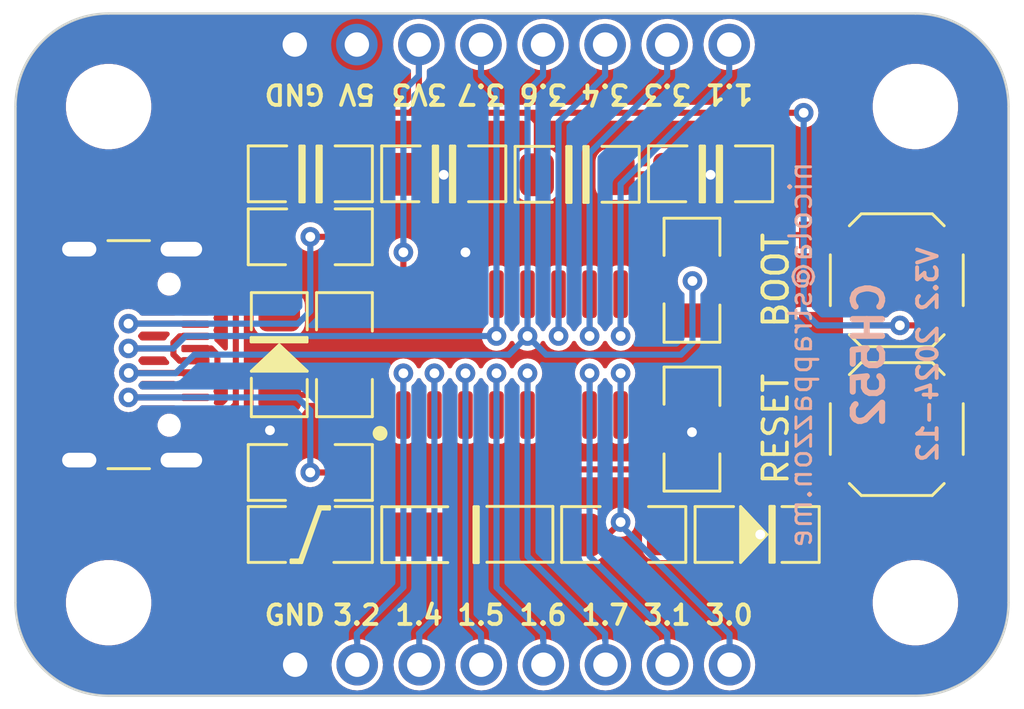
<source format=kicad_pcb>
(kicad_pcb (version 20240108) (generator "pcbnew") (generator_version "8.0")
  (layers (0 "F.Cu" signal) (31 "B.Cu" signal) (34 "B.Paste" user) (35 "F.Paste" user) (36 "B.SilkS" user "B.Silkscreen") (37 "F.SilkS" user "F.Silkscreen") (38 "B.Mask" user) (39 "F.Mask" user) (44 "Edge.Cuts" user))
  (net 0 "")
  (net 1 "GND")
  (net 2 "+5V")
  (net 3 "Net-(L1-A)")
  (net 4 "P3.7")
  (net 5 "P3.6")
  (net 6 "P3.0")
  (net 7 "Net-(D1-A)")
  (net 8 "P3.2")
  (net 9 "P1.4")
  (net 10 "P1.5")
  (net 11 "P1.6")
  (net 12 "P1.7")
  (net 13 "P3.1")
  (net 14 "P1.1")
  (net 15 "P3.3")
  (net 16 "P3.4")
  (net 17 "RST")
  (net 18 "V33")
  (net 21 "Net-(P1-CC2)")
  (net 22 "Net-(P1-CC1)")
  (net 23 "Net-(L2-A)")
  (net 24 "Net-(R4-Pad1)")
  (net 25 "Net-(F1-Pad1)")
  (footprint "MountingHole:MountingHole_3.2mm_M3" (layer "F.Cu") (at 132.08 127)
    (property "Reference" "H4" (hide yes))
    (property "Value" "MountingHole" (hide yes))
    (pad "" np_thru_hole circle (at 0 0) (size 3.2 3.2) (drill 3.2) (layers "*.Cu" "*.Mask"))
  )
  (footprint "Library:R1206" (layer "F.Cu") (at 153.162 124.206 180)
    (property "Reference" "R2" (hide yes))
    (property "Value" "1k" (hide yes))
    (pad "1" smd roundrect (at -1.651 0 180) (size 1.4 1.7) (layers "F.Cu" "F.Paste" "F.Mask") (net 23 "Net-(L2-A)"))
    (pad "2" smd roundrect (at 1.651 -0.02 180) (size 1.4 1.75) (layers "F.Cu" "F.Paste" "F.Mask") (net 6 "P3.0"))
  )
  (footprint "Library:SW_Push_SMD" (layer "F.Cu") (at 164.338 119.888)
    (property "Reference" "SW1" (hide yes))
    (property "Value" "RESET" (at -4.953 0 90) (layer "F.SilkS"))
    (pad "1" smd rect (at -3.1 -1.85) (size 1.8 1.1) (layers "F.Cu" "F.Paste" "F.Mask") (net 2 "+5V"))
    (pad "1" smd rect (at 3.1 -1.85) (size 1.8 1.1) (layers "F.Cu" "F.Paste" "F.Mask") (net 2 "+5V"))
    (pad "2" smd rect (at -3.1 1.85) (size 1.8 1.1) (layers "F.Cu" "F.Paste" "F.Mask") (net 17 "RST"))
    (pad "2" smd rect (at 3.1 1.85) (size 1.8 1.1) (layers "F.Cu" "F.Paste" "F.Mask") (net 17 "RST"))
  )
  (footprint "Library:F1206" (layer "F.Cu") (at 140.335 124.206)
    (property "Reference" "F1" (hide yes))
    (property "Value" "Polyfuse" (hide yes))
    (pad "1" smd roundrect (at -1.651 0) (size 1.4 1.7) (layers "F.Cu" "F.Paste" "F.Mask") (net 25 "Net-(F1-Pad1)"))
    (pad "2" smd roundrect (at 1.651 -0.02) (size 1.4 1.75) (layers "F.Cu" "F.Paste" "F.Mask") (net 7 "Net-(D1-A)"))
  )
  (footprint "MountingHole:MountingHole_3.2mm_M3" (layer "F.Cu") (at 165.1 106.68)
    (property "Reference" "H2" (hide yes))
    (property "Value" "MountingHole" (hide yes))
    (pad "" np_thru_hole circle (at 0 0) (size 3.2 3.2) (drill 3.2) (layers "*.Cu" "*.Mask"))
  )
  (footprint "Library:C1206" (layer "F.Cu") (at 145.796 109.434 180)
    (property "Reference" "C2" (hide yes))
    (property "Value" "100nF" (hide yes))
    (pad "1" smd roundrect (at -1.651 0 180) (size 1.4 1.7) (layers "F.Cu" "F.Paste" "F.Mask") (net 2 "+5V"))
    (pad "2" smd roundrect (at 1.651 -0.02 180) (size 1.4 1.75) (layers "F.Cu" "F.Paste" "F.Mask") (net 1 "GND"))
  )
  (footprint "Library:R1206" (layer "F.Cu") (at 140.335 121.666 180)
    (property "Reference" "R6" (hide yes))
    (property "Value" "5.1k" (hide yes))
    (pad "1" smd roundrect (at -1.651 0 180) (size 1.4 1.7) (layers "F.Cu" "F.Paste" "F.Mask") (net 21 "Net-(P1-CC2)"))
    (pad "2" smd roundrect (at 1.651 -0.02 180) (size 1.4 1.75) (layers "F.Cu" "F.Paste" "F.Mask") (net 1 "GND"))
  )
  (footprint "Library:L1206" (layer "F.Cu") (at 158.623 124.206 180)
    (property "Reference" "L2" (hide yes))
    (property "Value" "LED" (hide yes))
    (pad "1" smd roundrect (at -1.651 0 180) (size 1.4 1.7) (layers "F.Cu" "F.Paste" "F.Mask") (net 1 "GND"))
    (pad "2" smd roundrect (at 1.651 -0.02 180) (size 1.4 1.75) (layers "F.Cu" "F.Paste" "F.Mask") (net 23 "Net-(L2-A)"))
  )
  (footprint "Library:SMA_DO_214AC" (layer "F.Cu") (at 146.7612 124.206)
    (property "Reference" "D1" (hide yes))
    (property "Value" "1N4001" (hide yes))
    (pad "1" smd roundrect (at 2 0) (size 2.5 1.8) (layers "F.Cu" "F.Paste" "F.Mask") (roundrect_rratio 0.1388888889) (net 2 "+5V"))
    (pad "2" smd roundrect (at -2 0) (size 2.5 1.8) (layers "F.Cu" "F.Paste" "F.Mask") (roundrect_rratio 0.1388888889) (net 7 "Net-(D1-A)"))
  )
  (footprint "Library:SW_Push_SMD" (layer "F.Cu") (at 164.338 113.792 180)
    (property "Reference" "SW2" (hide yes))
    (property "Value" "BOOT" (at 4.953 0 90) (layer "F.SilkS") (effects (font (thickness 0.16))))
    (pad "1" smd rect (at -3.1 -1.85 180) (size 1.8 1.1) (layers "F.Cu" "F.Paste" "F.Mask") (net 18 "V33"))
    (pad "1" smd rect (at 3.1 -1.85 180) (size 1.8 1.1) (layers "F.Cu" "F.Paste" "F.Mask") (net 18 "V33"))
    (pad "2" smd rect (at -3.1 1.85 180) (size 1.8 1.1) (layers "F.Cu" "F.Paste" "F.Mask") (net 24 "Net-(R4-Pad1)"))
    (pad "2" smd rect (at 3.1 1.85 180) (size 1.8 1.1) (layers "F.Cu" "F.Paste" "F.Mask") (net 24 "Net-(R4-Pad1)"))
  )
  (footprint "Connector_PinHeader_2.54mm:PinHeader_1x08_P2.54mm_Vertical" (layer "F.Cu") (at 139.7 104.14 90)
    (property "Reference" "J2" (hide yes))
    (property "Value" "Conn_01x08" (hide yes))
    (pad "1" thru_hole rect (at 0 0 90) (size 1.7 1.7) (drill 1) (layers "*.Cu" "*.Mask") (net 1 "GND"))
    (pad "2" thru_hole oval (at 0 2.54 90) (size 1.7 1.7) (drill 1) (layers "*.Cu" "*.Mask") (net 2 "+5V"))
    (pad "3" thru_hole oval (at 0 5.08 90) (size 1.7 1.7) (drill 1) (layers "*.Cu" "*.Mask") (net 18 "V33"))
    (pad "4" thru_hole oval (at 0 7.62 90) (size 1.7 1.7) (drill 1) (layers "*.Cu" "*.Mask") (net 4 "P3.7"))
    (pad "5" thru_hole oval (at 0 10.16 90) (size 1.7 1.7) (drill 1) (layers "*.Cu" "*.Mask") (net 5 "P3.6"))
    (pad "6" thru_hole oval (at 0 12.7 90) (size 1.7 1.7) (drill 1) (layers "*.Cu" "*.Mask") (net 16 "P3.4"))
    (pad "7" thru_hole oval (at 0 15.24 90) (size 1.7 1.7) (drill 1) (layers "*.Cu" "*.Mask") (net 15 "P3.3"))
    (pad "8" thru_hole oval (at 0 17.78 90) (size 1.7 1.7) (drill 1) (layers "*.Cu" "*.Mask") (net 14 "P1.1"))
  )
  (footprint "Library:L1206" (layer "F.Cu") (at 139.065 116.84 -90)
    (property "Reference" "L1" (hide yes))
    (property "Value" "LED" (hide yes))
    (pad "1" smd roundrect (at -1.651 0 270) (size 1.4 1.7) (layers "F.Cu" "F.Paste" "F.Mask") (net 1 "GND"))
    (pad "2" smd roundrect (at 1.651 -0.02 270) (size 1.4 1.75) (layers "F.Cu" "F.Paste" "F.Mask") (net 3 "Net-(L1-A)"))
  )
  (footprint "Library:R1206" (layer "F.Cu") (at 155.956 113.792 -90)
    (property "Reference" "R4" (hide yes))
    (property "Value" "10k" (hide yes))
    (pad "1" smd roundrect (at -1.651 0 270) (size 1.4 1.7) (layers "F.Cu" "F.Paste" "F.Mask") (net 24 "Net-(R4-Pad1)"))
    (pad "2" smd roundrect (at 1.651 -0.02 270) (size 1.4 1.75) (layers "F.Cu" "F.Paste" "F.Mask") (net 5 "P3.6"))
  )
  (footprint "MountingHole:MountingHole_3.2mm_M3" (layer "F.Cu") (at 132.08 106.68)
    (property "Reference" "H1" (hide yes))
    (property "Value" "MountingHole" (hide yes))
    (pad "" np_thru_hole circle (at 0 0) (size 3.2 3.2) (drill 3.2) (layers "*.Cu" "*.Mask"))
  )
  (footprint "Library:R1206" (layer "F.Cu") (at 155.956 119.888 90)
    (property "Reference" "R3" (hide yes))
    (property "Value" "10k" (hide yes))
    (pad "1" smd roundrect (at -1.651 0 90) (size 1.4 1.7) (layers "F.Cu" "F.Paste" "F.Mask") (net 17 "RST"))
    (pad "2" smd roundrect (at 1.651 -0.02 90) (size 1.4 1.75) (layers "F.Cu" "F.Paste" "F.Mask") (net 1 "GND"))
  )
  (footprint "Library:R1206" (layer "F.Cu") (at 141.732 116.84 90)
    (property "Reference" "R1" (hide yes))
    (property "Value" "1k" (hide yes))
    (pad "1" smd roundrect (at -1.651 0 90) (size 1.4 1.7) (layers "F.Cu" "F.Paste" "F.Mask") (net 3 "Net-(L1-A)"))
    (pad "2" smd roundrect (at 1.651 -0.02 90) (size 1.4 1.75) (layers "F.Cu" "F.Paste" "F.Mask") (net 2 "+5V"))
  )
  (footprint "Package_SO:SOIC-16_3.9x9.9mm_P1.27mm" (layer "F.Cu") (at 148.59 116.84 90)
    (property "Reference" "U1" (hide yes))
    (property "Value" "CH552G" (hide yes))
    (pad "1" smd roundrect (at -2.475 -4.445 90) (size 1.95 0.6) (layers "F.Cu" "F.Paste" "F.Mask") (net 8 "P3.2"))
    (pad "2" smd roundrect (at -2.475 -3.175 90) (size 1.95 0.6) (layers "F.Cu" "F.Paste" "F.Mask") (net 9 "P1.4"))
    (pad "3" smd roundrect (at -2.475 -1.905 90) (size 1.95 0.6) (layers "F.Cu" "F.Paste" "F.Mask") (net 10 "P1.5"))
    (pad "4" smd roundrect (at -2.475 -0.635 90) (size 1.95 0.6) (layers "F.Cu" "F.Paste" "F.Mask") (net 11 "P1.6"))
    (pad "5" smd roundrect (at -2.475 0.635 90) (size 1.95 0.6) (layers "F.Cu" "F.Paste" "F.Mask") (net 12 "P1.7"))
    (pad "6" smd roundrect (at -2.475 1.905 90) (size 1.95 0.6) (layers "F.Cu" "F.Paste" "F.Mask") (net 17 "RST"))
    (pad "7" smd roundrect (at -2.475 3.175 90) (size 1.95 0.6) (layers "F.Cu" "F.Paste" "F.Mask") (net 13 "P3.1"))
    (pad "8" smd roundrect (at -2.475 4.445 90) (size 1.95 0.6) (layers "F.Cu" "F.Paste" "F.Mask") (net 6 "P3.0"))
    (pad "9" smd roundrect (at 2.475 4.445 90) (size 1.95 0.6) (layers "F.Cu" "F.Paste" "F.Mask") (net 14 "P1.1"))
    (pad "10" smd roundrect (at 2.475 3.175 90) (size 1.95 0.6) (layers "F.Cu" "F.Paste" "F.Mask") (net 15 "P3.3"))
    (pad "11" smd roundrect (at 2.475 1.905 90) (size 1.95 0.6) (layers "F.Cu" "F.Paste" "F.Mask") (net 16 "P3.4"))
    (pad "12" smd roundrect (at 2.475 0.635 90) (size 1.95 0.6) (layers "F.Cu" "F.Paste" "F.Mask") (net 5 "P3.6"))
    (pad "13" smd roundrect (at 2.475 -0.635 90) (size 1.95 0.6) (layers "F.Cu" "F.Paste" "F.Mask") (net 4 "P3.7"))
    (pad "14" smd roundrect (at 2.475 -1.905 90) (size 1.95 0.6) (layers "F.Cu" "F.Paste" "F.Mask") (net 1 "GND"))
    (pad "15" smd roundrect (at 2.475 -3.175 90) (size 1.95 0.6) (layers "F.Cu" "F.Paste" "F.Mask") (net 2 "+5V"))
    (pad "16" smd roundrect (at 2.475 -4.445 90) (size 1.95 0.6) (layers "F.Cu" "F.Paste" "F.Mask") (net 18 "V33"))
  )
  (footprint "Connector_USB:USB_C_Receptacle_GCT_USB4105-xx-A_16P_TopMnt_Horizontal" (layer "F.Cu") (at 131.953 116.84 -90)
    (property "Reference" "P1" (hide yes))
    (property "Value" "USB_C_Receptacle_USB2.0" (hide yes))
    (pad "" np_thru_hole circle (at -2.89 -2.605 270) (size 0.65 0.65) (drill 0.65) (layers "F&B.Cu" "*.Mask"))
    (pad "" np_thru_hole circle (at 2.89 -2.605 270) (size 0.65 0.65) (drill 0.65) (layers "F&B.Cu" "*.Mask"))
    (pad "A1" smd roundrect (at -3.2 -3.68 270) (size 0.6 1.15) (layers "F.Cu" "F.Paste" "F.Mask") (net 1 "GND"))
    (pad "A4" smd roundrect (at -2.4 -3.68 270) (size 0.6 1.15) (layers "F.Cu" "F.Paste" "F.Mask") (net 25 "Net-(F1-Pad1)"))
    (pad "A5" smd roundrect (at -1.25 -3.68 270) (size 0.3 1.15) (layers "F.Cu" "F.Paste" "F.Mask") (net 22 "Net-(P1-CC1)"))
    (pad "A6" smd roundrect (at -0.25 -3.68 270) (size 0.3 1.15) (layers "F.Cu" "F.Paste" "F.Mask") (net 5 "P3.6"))
    (pad "A7" smd roundrect (at 0.25 -3.68 270) (size 0.3 1.15) (layers "F.Cu" "F.Paste" "F.Mask") (net 4 "P3.7"))
    (pad "A8" smd roundrect (at 1.25 -3.68 270) (size 0.3 1.15) (layers "F.Cu" "F.Paste" "F.Mask"))
    (pad "A9" smd roundrect (at 2.4 -3.68 270) (size 0.6 1.15) (layers "F.Cu" "F.Paste" "F.Mask") (net 25 "Net-(F1-Pad1)"))
    (pad "A12" smd roundrect (at 3.2 -3.68 270) (size 0.6 1.15) (layers "F.Cu" "F.Paste" "F.Mask") (net 1 "GND"))
    (pad "B1" smd roundrect (at 3.2 -3.68 270) (size 0.6 1.15) (layers "F.Cu" "F.Paste" "F.Mask") (net 1 "GND"))
    (pad "B4" smd roundrect (at 2.4 -3.68 270) (size 0.6 1.15) (layers "F.Cu" "F.Paste" "F.Mask") (net 25 "Net-(F1-Pad1)"))
    (pad "B5" smd roundrect (at 1.75 -3.68 270) (size 0.3 1.15) (layers "F.Cu" "F.Paste" "F.Mask") (net 21 "Net-(P1-CC2)"))
    (pad "B6" smd roundrect (at 0.75 -3.68 270) (size 0.3 1.15) (layers "F.Cu" "F.Paste" "F.Mask") (net 5 "P3.6"))
    (pad "B7" smd roundrect (at -0.75 -3.68 270) (size 0.3 1.15) (layers "F.Cu" "F.Paste" "F.Mask") (net 4 "P3.7"))
    (pad "B8" smd roundrect (at -1.75 -3.68 270) (size 0.3 1.15) (layers "F.Cu" "F.Paste" "F.Mask"))
    (pad "B9" smd roundrect (at -2.4 -3.68 270) (size 0.6 1.15) (layers "F.Cu" "F.Paste" "F.Mask") (net 25 "Net-(F1-Pad1)"))
    (pad "B12" smd roundrect (at -3.2 -3.68 270) (size 0.6 1.15) (layers "F.Cu" "F.Paste" "F.Mask") (net 1 "GND"))
    (pad "S1" thru_hole oval (at -4.32 -3.105 270) (size 1 2.1) (drill oval 0.6 1.7) (layers "*.Cu" "*.Mask" "F.Paste") (net 1 "GND"))
    (pad "S1" thru_hole oval (at -4.32 1.075 270) (size 1 1.8) (drill oval 0.6 1.4) (layers "*.Cu" "*.Mask" "F.Paste") (net 1 "GND"))
    (pad "S1" thru_hole oval (at 4.32 -3.105 270) (size 1 2.1) (drill oval 0.6 1.7) (layers "*.Cu" "*.Mask" "F.Paste") (net 1 "GND"))
    (pad "S1" thru_hole oval (at 4.32 1.075 270) (size 1 1.8) (drill oval 0.6 1.4) (layers "*.Cu" "*.Mask" "F.Paste") (net 1 "GND"))
  )
  (footprint "Library:R1206" (layer "F.Cu") (at 140.335 112.014 180)
    (property "Reference" "R5" (hide yes))
    (property "Value" "5.1k" (hide yes))
    (pad "1" smd roundrect (at -1.651 0 180) (size 1.4 1.7) (layers "F.Cu" "F.Paste" "F.Mask") (net 22 "Net-(P1-CC1)"))
    (pad "2" smd roundrect (at 1.651 -0.02 180) (size 1.4 1.75) (layers "F.Cu" "F.Paste" "F.Mask") (net 1 "GND"))
  )
  (footprint "Connector_PinHeader_2.54mm:PinHeader_1x08_P2.54mm_Vertical" (layer "F.Cu") (at 139.715 129.54 90)
    (property "Reference" "J1" (hide yes))
    (property "Value" "Conn_01x08" (hide yes))
    (pad "1" thru_hole rect (at 0 0 90) (size 1.7 1.7) (drill 1) (layers "*.Cu" "*.Mask") (net 1 "GND"))
    (pad "2" thru_hole oval (at 0 2.54 90) (size 1.7 1.7) (drill 1) (layers "*.Cu" "*.Mask") (net 8 "P3.2"))
    (pad "3" thru_hole oval (at 0 5.08 90) (size 1.7 1.7) (drill 1) (layers "*.Cu" "*.Mask") (net 9 "P1.4"))
    (pad "4" thru_hole oval (at 0 7.62 90) (size 1.7 1.7) (drill 1) (layers "*.Cu" "*.Mask") (net 10 "P1.5"))
    (pad "5" thru_hole oval (at 0 10.16 90) (size 1.7 1.7) (drill 1) (layers "*.Cu" "*.Mask") (net 11 "P1.6"))
    (pad "6" thru_hole oval (at 0 12.7 90) (size 1.7 1.7) (drill 1) (layers "*.Cu" "*.Mask") (net 12 "P1.7"))
    (pad "7" thru_hole oval (at 0 15.24 90) (size 1.7 1.7) (drill 1) (layers "*.Cu" "*.Mask") (net 13 "P3.1"))
    (pad "8" thru_hole oval (at 0 17.78 90) (size 1.7 1.7) (drill 1) (layers "*.Cu" "*.Mask") (net 6 "P3.0"))
  )
  (footprint "Library:C1206" (layer "F.Cu") (at 156.718 109.434 180)
    (property "Reference" "C3" (hide yes))
    (property "Value" "4700nF" (hide yes))
    (pad "1" smd roundrect (at -1.651 0 180) (size 1.4 1.7) (layers "F.Cu" "F.Paste" "F.Mask") (net 2 "+5V"))
    (pad "2" smd roundrect (at 1.651 -0.02 180) (size 1.4 1.75) (layers "F.Cu" "F.Paste" "F.Mask") (net 1 "GND"))
  )
  (footprint "MountingHole:MountingHole_3.2mm_M3" (layer "F.Cu") (at 165.1 127)
    (property "Reference" "H3" (hide yes))
    (property "Value" "MountingHole" (hide yes))
    (pad "" np_thru_hole circle (at 0 0) (size 3.2 3.2) (drill 3.2) (layers "*.Cu" "*.Mask"))
  )
  (footprint "Library:C1206" (layer "F.Cu") (at 151.257 109.454 180)
    (property "Reference" "C4" (hide yes))
    (property "Value" "100nF" (hide yes))
    (pad "1" smd roundrect (at -1.651 0 180) (size 1.4 1.7) (layers "F.Cu" "F.Paste" "F.Mask") (net 1 "GND"))
    (pad "2" smd roundrect (at 1.651 -0.02 180) (size 1.4 1.75) (layers "F.Cu" "F.Paste" "F.Mask") (net 18 "V33"))
  )
  (footprint "Library:C1206" (layer "F.Cu") (at 140.335 109.434 180)
    (property "Reference" "C1" (hide yes))
    (property "Value" "100nF" (hide yes))
    (pad "1" smd roundrect (at -1.651 0 180) (size 1.4 1.7) (layers "F.Cu" "F.Paste" "F.Mask") (net 1 "GND"))
    (pad "2" smd roundrect (at 1.651 -0.02 180) (size 1.4 1.75) (layers "F.Cu" "F.Paste" "F.Mask") (net 18 "V33"))
  )
  (gr_line (start 168.91 127) (end 168.91 106.68) (stroke (width 0.1)) (layer "Edge.Cuts"))
  (gr_line (start 165.1 102.87) (end 132.08 102.87) (stroke (width 0.1)) (layer "Edge.Cuts"))
  (gr_arc (start 168.91 127) (mid 167.794076 129.694074) (end 165.1 130.81) (stroke (width 0.1)) (layer "Edge.Cuts"))
  (gr_line (start 128.27 106.68) (end 128.27 127) (stroke (width 0.1)) (layer "Edge.Cuts"))
  (gr_line (start 132.08 130.81) (end 165.1 130.81) (stroke (width 0.1)) (layer "Edge.Cuts"))
  (gr_arc (start 128.27 106.68) (mid 129.385923 103.985923) (end 132.08 102.87) (stroke (width 0.1)) (layer "Edge.Cuts"))
  (gr_arc (start 165.1 102.87) (mid 167.794084 103.985916) (end 168.91 106.68) (stroke (width 0.1)) (layer "Edge.Cuts"))
  (gr_arc (start 132.08 130.81) (mid 129.385923 129.694077) (end 128.27 127) (stroke (width 0.1)) (layer "Edge.Cuts"))
  (gr_text "V3.2 2024-12" (at 165.608 116.84 90) (layer "B.SilkS") (effects (font (size 0.8 0.8) (thickness 0.16) (bold yes)) (justify mirror)))
  (gr_text "CH552" (at 163.195 116.84 90) (layer "B.SilkS") (effects (font (size 1.2 1.2) (thickness 0.25)) (justify mirror)))
  (gr_text "nicola@strappazzon.me" (at 160.401 116.84 90) (layer "B.SilkS") (effects (font (size 0.9 0.9) (thickness 0.12)) (justify mirror)))
  (gr_text "3V3" (at 144.78 106.172 180) (layer "F.SilkS") (effects (font (size 0.8 0.8) (thickness 0.16) (bold yes))))
  (gr_text "3.6" (at 149.86 106.172 180) (layer "F.SilkS") (effects (font (size 0.8 0.8) (thickness 0.16) (bold yes))))
  (gr_text "1.4" (at 144.78 127.508 0) (layer "F.SilkS") (effects (font (size 0.8 0.8) (thickness 0.16) (bold yes))))
  (gr_text "3.2" (at 142.24 127.508 0) (layer "F.SilkS") (effects (font (size 0.8 0.8) (thickness 0.16) (bold yes))))
  (gr_text "3.1" (at 154.94 127.508 0) (layer "F.SilkS") (effects (font (size 0.8 0.8) (thickness 0.16) (bold yes))))
  (gr_text "3.0" (at 157.48 127.508 0) (layer "F.SilkS") (effects (font (size 0.8 0.8) (thickness 0.16) (bold yes))))
  (gr_text "1.7" (at 152.4 127.508 0) (layer "F.SilkS") (effects (font (size 0.8 0.8) (thickness 0.16) (bold yes))))
  (gr_text "5V" (at 142.24 106.172 180) (layer "F.SilkS") (effects (font (size 0.8 0.8) (thickness 0.16) (bold yes))))
  (gr_text "GND" (at 139.7 127.508 0) (layer "F.SilkS") (effects (font (size 0.8 0.8) (thickness 0.16) (bold yes))))
  (gr_text "1.6" (at 149.86 127.508 0) (layer "F.SilkS") (effects (font (size 0.8 0.8) (thickness 0.16) (bold yes))))
  (gr_text "3.7" (at 147.32 106.172 180) (layer "F.SilkS") (effects (font (size 0.8 0.8) (thickness 0.16) (bold yes))))
  (gr_text "1.1" (at 157.48 106.172 180) (layer "F.SilkS") (effects (font (size 0.8 0.8) (thickness 0.16) (bold yes))))
  (gr_text "3.3" (at 154.94 106.172 180) (layer "F.SilkS") (effects (font (size 0.8 0.8) (thickness 0.16) (bold yes))))
  (gr_text "3.4" (at 152.4 106.172 180) (layer "F.SilkS") (effects (font (size 0.8 0.8) (thickness 0.16) (bold yes))))
  (gr_text "1.5" (at 147.32 127.508 0) (layer "F.SilkS") (effects (font (size 0.8 0.8) (thickness 0.16) (bold yes))))
  (gr_text "GND" (at 139.7 106.172 180) (layer "F.SilkS") (effects (font (size 0.8 0.8) (thickness 0.16) (bold yes))))
  (segment (start 135.633 113.095) (end 135.058 112.52) (width 0.5) (layer "F.Cu") (net 1))
  (segment (start 138.684 112.034) (end 138.684 113.284) (width 0.25) (layer "F.Cu") (net 1))
  (segment (start 156.718 109.474) (end 155.087 109.474) (width 0.25) (layer "F.Cu") (net 1))
  (segment (start 139.065 115.189) (end 139.065 113.665) (width 0.25) (layer "F.Cu") (net 1))
  (segment (start 138.684 113.64) (end 139.04 113.64) (width 0.25) (layer "F.Cu") (net 1))
  (segment (start 138.684 113.284) (end 138.328 113.64) (width 0.25) (layer "F.Cu") (net 1))
  (segment (start 152.908 109.454) (end 155.067 109.454) (width 0.25) (layer "F.Cu") (net 1))
  (segment (start 139.04 113.64) (end 139.065 113.665) (width 0.25) (layer "F.Cu") (net 1))
  (segment (start 135.633 113.64) (end 135.633 113.095) (width 0.5) (layer "F.Cu") (net 1))
  (segment (start 138.328 113.64) (end 138.684 113.64) (width 0.25) (layer "F.Cu") (net 1))
  (segment (start 144.145 109.454) (end 145.776 109.454) (width 0.25) (layer "F.Cu") (net 1))
  (segment (start 160.274 124.206) (end 158.75 124.206) (width 0.25) (layer "F.Cu") (net 1))
  (segment (start 155.956 120.015) (end 155.956 118.257) (width 0.25) (layer "F.Cu") (net 1))
  (segment (start 155.956 118.257) (end 155.936 118.237) (width 0.25) (layer "F.Cu") (net 1))
  (segment (start 135.633 120.04) (end 135.633 120.585) (width 0.5) (layer "F.Cu") (net 1))
  (segment (start 135.633 120.585) (end 135.058 121.16) (width 0.5) (layer "F.Cu") (net 1))
  (segment (start 138.684 113.64) (end 138.684 113.284) (width 0.25) (layer "F.Cu") (net 1))
  (segment (start 146.685 114.365) (end 146.685 112.649) (width 0.25) (layer "F.Cu") (net 1))
  (segment (start 141.986 109.434) (end 144.125 109.434) (width 0.25) (layer "F.Cu") (net 1))
  (segment (start 138.684 121.686) (end 138.684 119.9388) (width 0.25) (layer "F.Cu") (net 1))
  (segment (start 145.776 109.454) (end 145.796 109.474) (width 0.25) (layer "F.Cu") (net 1))
  (segment (start 144.125 109.434) (end 144.145 109.454) (width 0.25) (layer "F.Cu") (net 1))
  (segment (start 155.087 109.474) (end 155.067 109.454) (width 0.25) (layer "F.Cu") (net 1))
  (segment (start 138.328 113.64) (end 135.633 113.64) (width 0.25) (layer "F.Cu") (net 1))
  (segment (start 139.065 113.665) (end 138.684 113.284) (width 0.25) (layer "F.Cu") (net 1))
  (via (at 145.796 109.474) (size 0.8) (drill 0.4) (layers "F.Cu" "B.Cu") (net 1))
  (via (at 158.75 124.206) (size 0.8) (drill 0.4) (layers "F.Cu" "B.Cu") (net 1))
  (via (at 146.685 112.649) (size 0.8) (drill 0.4) (layers "F.Cu" "B.Cu") (net 1))
  (via (at 156.718 109.474) (size 0.8) (drill 0.4) (layers "F.Cu" "B.Cu") (net 1))
  (via (at 138.684 119.9388) (size 0.8) (drill 0.4) (layers "F.Cu" "B.Cu") (net 1))
  (via (at 155.956 120.015) (size 0.8) (drill 0.4) (layers "F.Cu" "B.Cu") (net 1))
  (segment (start 139.085 118.491) (end 141.732 118.491) (width 0.25) (layer "F.Cu") (net 3))
  (segment (start 134.733 116.586) (end 134.733 116.832764) (width 0.25) (layer "F.Cu") (net 4))
  (segment (start 134.990236 116.09) (end 134.733 116.347236) (width 0.25) (layer "F.Cu") (net 4))
  (segment (start 134.733 116.586) (end 132.8928 116.586) (width 0.25) (layer "F.Cu") (net 4))
  (segment (start 134.733 116.832764) (end 134.990236 117.09) (width 0.25) (layer "F.Cu") (net 4))
  (segment (start 134.733 116.347236) (end 134.733 116.586) (width 0.25) (layer "F.Cu") (net 4))
  (segment (start 135.633 116.09) (end 134.990236 116.09) (width 0.25) (layer "F.Cu") (net 4))
  (segment (start 134.990236 117.09) (end 135.633 117.09) (width 0.25) (layer "F.Cu") (net 4))
  (segment (start 147.955 116.078) (end 147.955 114.365) (width 0.25) (layer "F.Cu") (net 4))
  (via (at 132.8928 116.586) (size 0.8) (drill 0.4) (layers "F.Cu" "B.Cu") (net 4))
  (via (at 147.955 116.078) (size 0.8) (drill 0.4) (layers "F.Cu" "B.Cu") (net 4))
  (segment (start 147.955 116.078) (end 147.955 106.045) (width 0.25) (layer "B.Cu") (net 4))
  (segment (start 147.955 106.045) (end 147.32 105.41) (width 0.25) (layer "B.Cu") (net 4))
  (segment (start 147.955 116.078) (end 135.2296 116.078) (width 0.25) (layer "B.Cu") (net 4))
  (segment (start 134.7216 116.586) (end 132.8928 116.586) (width 0.25) (layer "B.Cu") (net 4))
  (segment (start 135.2296 116.078) (end 134.7216 116.586) (width 0.25) (layer "B.Cu") (net 4))
  (segment (start 147.32 105.41) (end 147.32 104.14) (width 0.25) (layer "B.Cu") (net 4))
  (segment (start 135.633 117.59) (end 132.9048 117.59) (width 0.25) (layer "F.Cu") (net 5))
  (segment (start 135.633 116.59) (end 136.275764 116.59) (width 0.25) (layer "F.Cu") (net 5))
  (segment (start 136.533 116.847236) (end 136.533 117.332764) (width 0.25) (layer "F.Cu") (net 5))
  (segment (start 155.976 115.443) (end 155.976 113.8228) (width 0.25) (layer "F.Cu") (net 5))
  (segment (start 136.533 117.332764) (end 136.275764 117.59) (width 0.25) (layer "F.Cu") (net 5))
  (segment (start 149.225 116.078) (end 149.225 114.365) (width 0.25) (layer "F.Cu") (net 5))
  (segment (start 136.275764 117.59) (end 135.633 117.59) (width 0.25) (layer "F.Cu") (net 5))
  (segment (start 136.275764 116.59) (end 136.533 116.847236) (width 0.25) (layer "F.Cu") (net 5))
  (via (at 149.225 116.078) (size 0.8) (drill 0.4) (layers "F.Cu" "B.Cu") (net 5))
  (via (at 155.976 113.8228) (size 0.8) (drill 0.4) (layers "F.Cu" "B.Cu") (net 5))
  (via (at 132.9048 117.59) (size 0.8) (drill 0.4) (layers "F.Cu" "B.Cu") (net 5))
  (segment (start 149.225 116.078) (end 149.225 106.045) (width 0.25) (layer "B.Cu") (net 5))
  (segment (start 155.976 113.8228) (end 155.976 116.3628) (width 0.25) (layer "B.Cu") (net 5))
  (segment (start 155.4988 116.84) (end 149.987 116.84) (width 0.25) (layer "B.Cu") (net 5))
  (segment (start 132.9168 117.602) (end 132.9048 117.59) (width 0.25) (layer "B.Cu") (net 5))
  (segment (start 134.8232 117.602) (end 132.9168 117.602) (width 0.25) (layer "B.Cu") (net 5))
  (segment (start 149.225 116.078) (end 148.463 116.84) (width 0.25) (layer "B.Cu") (net 5))
  (segment (start 149.86 105.41) (end 149.86 104.14) (width 0.25) (layer "B.Cu") (net 5))
  (segment (start 155.976 116.3628) (end 155.4988 116.84) (width 0.25) (layer "B.Cu") (net 5))
  (segment (start 135.5852 116.84) (end 134.8232 117.602) (width 0.25) (layer "B.Cu") (net 5))
  (segment (start 148.463 116.84) (end 135.5852 116.84) (width 0.25) (layer "B.Cu") (net 5))
  (segment (start 149.987 116.84) (end 149.225 116.078) (width 0.25) (layer "B.Cu") (net 5))
  (segment (start 149.225 106.045) (end 149.86 105.41) (width 0.25) (layer "B.Cu") (net 5))
  (segment (start 153.035 119.315) (end 153.035 117.602) (width 0.25) (layer "F.Cu") (net 6))
  (segment (start 151.511 124.226) (end 152.507 124.226) (width 0.25) (layer "F.Cu") (net 6))
  (segment (start 152.507 124.226) (end 153.035 123.698) (width 0.25) (layer "F.Cu") (net 6))
  (via (at 153.035 117.602) (size 0.8) (drill 0.4) (layers "F.Cu" "B.Cu") (net 6))
  (via (at 153.035 123.698) (size 0.8) (drill 0.4) (layers "F.Cu" "B.Cu") (net 6))
  (segment (start 153.035 123.825) (end 157.495 128.285) (width 0.25) (layer "B.Cu") (net 6))
  (segment (start 157.495 128.285) (end 157.495 129.54) (width 0.25) (layer "B.Cu") (net 6))
  (segment (start 153.035 117.602) (end 153.035 123.698) (width 0.25) (layer "B.Cu") (net 6))
  (segment (start 153.035 123.698) (end 153.035 123.825) (width 0.25) (layer "B.Cu") (net 6))
  (segment (start 144.7412 124.186) (end 144.7612 124.206) (width 0.25) (layer "F.Cu") (net 7))
  (segment (start 141.986 124.186) (end 144.7412 124.186) (width 0.25) (layer "F.Cu") (net 7))
  (segment (start 144.145 119.315) (end 144.145 117.602) (width 0.25) (layer "F.Cu") (net 8))
  (via (at 144.145 117.602) (size 0.8) (drill 0.4) (layers "F.Cu" "B.Cu") (net 8))
  (segment (start 142.24 128.27) (end 142.24 128.524) (width 0.25) (layer "B.Cu") (net 8))
  (segment (start 142.255 128.539) (end 142.255 129.54) (width 0.25) (layer "B.Cu") (net 8))
  (segment (start 144.145 126.365) (end 142.24 128.27) (width 0.25) (layer "B.Cu") (net 8))
  (segment (start 144.145 117.602) (end 144.145 126.365) (width 0.25) (layer "B.Cu") (net 8))
  (segment (start 142.24 128.524) (end 142.255 128.539) (width 0.25) (layer "B.Cu") (net 8))
  (segment (start 145.415 119.315) (end 145.415 117.602) (width 0.25) (layer "F.Cu") (net 9))
  (via (at 145.415 117.602) (size 0.8) (drill 0.4) (layers "F.Cu" "B.Cu") (net 9))
  (segment (start 144.78 128.27) (end 144.795 128.285) (width 0.25) (layer "B.Cu") (net 9))
  (segment (start 145.415 127.635) (end 144.78 128.27) (width 0.25) (layer "B.Cu") (net 9))
  (segment (start 144.795 128.285) (end 144.795 129.54) (width 0.25) (layer "B.Cu") (net 9))
  (segment (start 145.415 117.602) (end 145.415 127.635) (width 0.25) (layer "B.Cu") (net 9))
  (segment (start 146.685 119.315) (end 146.685 117.602) (width 0.25) (layer "F.Cu") (net 10))
  (via (at 146.685 117.602) (size 0.8) (drill 0.4) (layers "F.Cu" "B.Cu") (net 10))
  (segment (start 146.685 117.602) (end 146.685 127.635) (width 0.25) (layer "B.Cu") (net 10))
  (segment (start 146.685 127.635) (end 147.32 128.27) (width 0.25) (layer "B.Cu") (net 10))
  (segment (start 147.335 128.539) (end 147.335 129.54) (width 0.25) (layer "B.Cu") (net 10))
  (segment (start 147.32 128.27) (end 147.32 128.524) (width 0.25) (layer "B.Cu") (net 10))
  (segment (start 147.32 128.524) (end 147.335 128.539) (width 0.25) (layer "B.Cu") (net 10))
  (segment (start 147.955 119.315) (end 147.955 117.602) (width 0.25) (layer "F.Cu") (net 11))
  (via (at 147.955 117.602) (size 0.8) (drill 0.4) (layers "F.Cu" "B.Cu") (net 11))
  (segment (start 147.955 117.602) (end 147.955 126.365) (width 0.25) (layer "B.Cu") (net 11))
  (segment (start 149.86 128.524) (end 149.875 128.539) (width 0.25) (layer "B.Cu") (net 11))
  (segment (start 147.955 126.365) (end 149.86 128.27) (width 0.25) (layer "B.Cu") (net 11))
  (segment (start 149.875 128.539) (end 149.875 129.54) (width 0.25) (layer "B.Cu") (net 11))
  (segment (start 149.86 128.27) (end 149.86 128.524) (width 0.25) (layer "B.Cu") (net 11))
  (segment (start 149.225 119.315) (end 149.225 117.602) (width 0.25) (layer "F.Cu") (net 12))
  (via (at 149.225 117.602) (size 0.8) (drill 0.4) (layers "F.Cu" "B.Cu") (net 12))
  (segment (start 152.4 128.27) (end 152.4 128.524) (width 0.25) (layer "B.Cu") (net 12))
  (segment (start 152.4 128.524) (end 152.415 128.539) (width 0.25) (layer "B.Cu") (net 12))
  (segment (start 149.225 117.602) (end 149.225 125.095) (width 0.25) (layer "B.Cu") (net 12))
  (segment (start 149.225 125.095) (end 152.4 128.27) (width 0.25) (layer "B.Cu") (net 12))
  (segment (start 152.415 128.539) (end 152.415 129.54) (width 0.25) (layer "B.Cu") (net 12))
  (segment (start 151.765 119.315) (end 151.765 117.602) (width 0.25) (layer "F.Cu") (net 13))
  (via (at 151.765 117.602) (size 0.8) (drill 0.4) (layers "F.Cu" "B.Cu") (net 13))
  (segment (start 154.94 128.524) (end 154.955 128.539) (width 0.25) (layer "B.Cu") (net 13))
  (segment (start 154.94 128.27) (end 154.94 128.524) (width 0.25) (layer "B.Cu") (net 13))
  (segment (start 151.765 117.602) (end 151.765 125.095) (width 0.25) (layer "B.Cu") (net 13))
  (segment (start 151.765 125.095) (end 154.94 128.27) (width 0.25) (layer "B.Cu") (net 13))
  (segment (start 154.955 128.539) (end 154.955 129.54) (width 0.25) (layer "B.Cu") (net 13))
  (segment (start 153.035 114.365) (end 153.035 116.078) (width 0.25) (layer "F.Cu") (net 14))
  (via (at 153.035 116.078) (size 0.8) (drill 0.4) (layers "F.Cu" "B.Cu") (net 14))
  (segment (start 157.48 105.41) (end 157.48 104.14) (width 0.25) (layer "B.Cu") (net 14))
  (segment (start 153.035 109.855) (end 157.48 105.41) (width 0.25) (layer "B.Cu") (net 14))
  (segment (start 153.035 116.078) (end 153.035 109.855) (width 0.25) (layer "B.Cu") (net 14))
  (segment (start 151.765 114.365) (end 151.765 116.078) (width 0.25) (layer "F.Cu") (net 15))
  (via (at 151.765 116.078) (size 0.8) (drill 0.4) (layers "F.Cu" "B.Cu") (net 15))
  (segment (start 151.765 108.585) (end 154.94 105.41) (width 0.25) (layer "B.Cu") (net 15))
  (segment (start 151.765 116.078) (end 151.765 108.585) (width 0.25) (layer "B.Cu") (net 15))
  (segment (start 154.94 105.41) (end 154.94 104.14) (width 0.25) (layer "B.Cu") (net 15))
  (segment (start 150.495 114.365) (end 150.495 116.078) (width 0.25) (layer "F.Cu") (net 16))
  (via (at 150.495 116.078) (size 0.8) (drill 0.4) (layers "F.Cu" "B.Cu") (net 16))
  (segment (start 152.4 105.41) (end 152.4 104.14) (width 0.25) (layer "B.Cu") (net 16))
  (segment (start 150.495 107.315) (end 152.4 105.41) (width 0.25) (layer "B.Cu") (net 16))
  (segment (start 150.495 116.078) (end 150.495 107.315) (width 0.25) (layer "B.Cu") (net 16))
  (segment (start 158.695 121.738) (end 161.238 121.738) (width 0.25) (layer "F.Cu") (net 17))
  (segment (start 158.496 121.539) (end 158.695 121.738) (width 0.25) (layer "F.Cu") (net 17))
  (segment (start 155.956 121.539) (end 150.876 121.539) (width 0.25) (layer "F.Cu") (net 17))
  (segment (start 155.956 121.539) (end 158.496 121.539) (width 0.25) (layer "F.Cu") (net 17))
  (segment (start 150.495 121.158) (end 150.495 119.315) (width 0.25) (layer "F.Cu") (net 17))
  (segment (start 150.876 121.539) (end 150.495 121.158) (width 0.25) (layer "F.Cu") (net 17))
  (segment (start 167.438 121.738) (end 161.238 121.738) (width 0.25) (layer "F.Cu") (net 17))
  (segment (start 138.684 109.454) (end 138.684 107.95) (width 0.25) (layer "F.Cu") (net 18))
  (segment (start 144.78 106.934) (end 144.78 106.553) (width 0.25) (layer "F.Cu") (net 18))
  (segment (start 144.78 106.553) (end 144.399 106.934) (width 0.25) (layer "F.Cu") (net 18))
  (segment (start 149.225 106.934) (end 149.987 106.934) (width 0.25) (layer "F.Cu") (net 18))
  (segment (start 149.987 106.934) (end 160.528 106.934) (width 0.25) (layer "F.Cu") (net 18))
  (segment (start 145.161 106.934) (end 144.78 106.934) (width 0.25) (layer "F.Cu") (net 18))
  (segment (start 144.78 105.918) (end 144.78 104.14) (width 0.25) (layer "F.Cu") (net 18))
  (segment (start 139.7 106.934) (end 144.399 106.934) (width 0.25) (layer "F.Cu") (net 18))
  (segment (start 138.684 107.95) (end 139.7 106.934) (width 0.25) (layer "F.Cu") (net 18))
  (segment (start 144.78 106.553) (end 145.161 106.934) (width 0.25) (layer "F.Cu") (net 18))
  (segment (start 148.59 106.934) (end 149.225 106.934) (width 0.25) (layer "F.Cu") (net 18))
  (segment (start 149.606 109.474) (end 149.606 107.315) (width 0.25) (layer "F.Cu") (net 18))
  (segment (start 144.399 106.934) (end 144.78 106.934) (width 0.25) (layer "F.Cu") (net 18))
  (segment (start 149.606 107.315) (end 149.225 106.934) (width 0.25) (layer "F.Cu") (net 18))
  (segment (start 144.78 106.553) (end 144.78 105.918) (width 0.25) (layer "F.Cu") (net 18))
  (segment (start 167.438 115.642) (end 164.465 115.642) (width 0.25) (layer "F.Cu") (net 18))
  (segment (start 149.606 107.315) (end 149.606 106.934) (width 0.25) (layer "F.Cu") (net 18))
  (segment (start 144.145 114.365) (end 144.145 112.649) (width 0.25) (layer "F.Cu") (net 18))
  (segment (start 164.465 115.642) (end 161.238 115.642) (width 0.25) (layer "F.Cu") (net 18))
  (segment (start 149.606 107.315) (end 149.987 106.934) (width 0.25) (layer "F.Cu") (net 18))
  (segment (start 148.59 106.934) (end 145.161 106.934) (width 0.25) (layer "F.Cu") (net 18))
  (via (at 160.528 106.934) (size 0.8) (drill 0.4) (layers "F.Cu" "B.Cu") (net 18))
  (via (at 164.465 115.642) (size 0.8) (drill 0.4) (layers "F.Cu" "B.Cu") (net 18))
  (via (at 144.145 112.649) (size 0.8) (drill 0.4) (layers "F.Cu" "B.Cu") (net 18))
  (segment (start 144.145 106.045) (end 144.78 105.41) (width 0.25) (layer "B.Cu") (net 18))
  (segment (start 160.528 115.062) (end 161.108 115.642) (width 0.25) (layer "B.Cu") (net 18))
  (segment (start 144.145 112.649) (end 144.145 106.045) (width 0.25) (layer "B.Cu") (net 18))
  (segment (start 160.528 106.934) (end 160.528 115.062) (width 0.25) (layer "B.Cu") (net 18))
  (segment (start 144.78 105.41) (end 144.78 104.14) (width 0.25) (layer "B.Cu") (net 18))
  (segment (start 161.108 115.642) (end 164.465 115.642) (width 0.25) (layer "B.Cu") (net 18))
  (segment (start 141.986 121.666) (end 140.335 121.666) (width 0.25) (layer "F.Cu") (net 21))
  (segment (start 132.8954 118.59) (end 132.8928 118.5926) (width 0.25) (layer "F.Cu") (net 21))
  (segment (start 135.633 118.59) (end 132.8954 118.59) (width 0.25) (layer "F.Cu") (net 21))
  (via (at 132.8928 118.5926) (size 0.8) (drill 0.4) (layers "F.Cu" "B.Cu") (net 21))
  (via (at 140.335 121.666) (size 0.8) (drill 0.4) (layers "F.Cu" "B.Cu") (net 21))
  (segment (start 140.335 119.126) (end 140.335 121.666) (width 0.25) (layer "B.Cu") (net 21))
  (segment (start 139.8016 118.5926) (end 140.335 119.126) (width 0.25) (layer "B.Cu") (net 21))
  (segment (start 132.8928 118.5926) (end 139.8016 118.5926) (width 0.25) (layer "B.Cu") (net 21))
  (segment (start 135.613 115.57) (end 132.8928 115.57) (width 0.25) (layer "F.Cu") (net 22))
  (segment (start 141.986 112.014) (end 140.335 112.014) (width 0.25) (layer "F.Cu") (net 22))
  (segment (start 135.633 115.59) (end 135.613 115.57) (width 0.25) (layer "F.Cu") (net 22))
  (via (at 140.335 112.014) (size 0.8) (drill 0.4) (layers "F.Cu" "B.Cu") (net 22))
  (via (at 132.8928 115.57) (size 0.8) (drill 0.4) (layers "F.Cu" "B.Cu") (net 22))
  (segment (start 140.335 115.062) (end 140.335 112.014) (width 0.25) (layer "B.Cu") (net 22))
  (segment (start 139.827 115.57) (end 140.335 115.062) (width 0.25) (layer "B.Cu") (net 22))
  (segment (start 132.8928 115.57) (end 139.827 115.57) (width 0.25) (layer "B.Cu") (net 22))
  (segment (start 154.813 124.206) (end 156.952 124.206) (width 0.25) (layer "F.Cu") (net 23))
  (segment (start 156.952 124.206) (end 156.972 124.226) (width 0.25) (layer "F.Cu") (net 23))
  (segment (start 167.438 111.942) (end 161.238 111.942) (width 0.25) (layer "F.Cu") (net 24))
  (segment (start 158.369 112.268) (end 158.695 111.942) (width 0.25) (layer "F.Cu") (net 24))
  (segment (start 155.956 112.141) (end 156.083 112.268) (width 0.25) (layer "F.Cu") (net 24))
  (segment (start 156.083 112.268) (end 158.369 112.268) (width 0.25) (layer "F.Cu") (net 24))
  (segment (start 158.695 111.942) (end 161.238 111.942) (width 0.25) (layer "F.Cu") (net 24))
  (segment (start 135.633 114.44) (end 136.919 114.44) (width 0.25) (layer "F.Cu") (net 25))
  (segment (start 136.906 119.253) (end 136.906 123.698) (width 0.25) (layer "F.Cu") (net 25))
  (segment (start 137.287 114.808) (end 137.287 118.872) (width 0.25) (layer "F.Cu") (net 25))
  (segment (start 136.906 123.698) (end 137.414 124.206) (width 0.25) (layer "F.Cu") (net 25))
  (segment (start 137.414 124.206) (end 138.684 124.206) (width 0.25) (layer "F.Cu") (net 25))
  (segment (start 136.919 114.44) (end 137.287 114.808) (width 0.25) (layer "F.Cu") (net 25))
  (segment (start 136.893 119.24) (end 135.633 119.24) (width 0.25) (layer "F.Cu") (net 25))
  (segment (start 136.906 119.253) (end 136.893 119.24) (width 0.25) (layer "F.Cu") (net 25))
  (segment (start 137.287 118.872) (end 136.906 119.253) (width 0.25) (layer "F.Cu") (net 25))
  (zone (net 2) (net_name "+5V") (layer "F.Cu") (connect_pads yes (clearance 0.2)) (min_thickness 0.2) (fill yes (thermal_gap 0.2) (thermal_bridge_width 0.2) (island_removal_mode 1) (island_area_min 10))
    (polygon (pts (xy 168.91 130.81) (xy 127.635 130.81) (xy 127.635 102.87) (xy 168.91 102.87)))
  )
  (zone (net 1) (net_name "GND") (layer "B.Cu") (connect_pads yes (clearance 0.2)) (min_thickness 0.2) (fill yes (thermal_gap 0.2) (thermal_bridge_width 0.2))
    (polygon (pts (xy 169.545 130.81) (xy 128.27 130.81) (xy 128.27 102.87) (xy 169.545 102.87)))
  )
)
</source>
